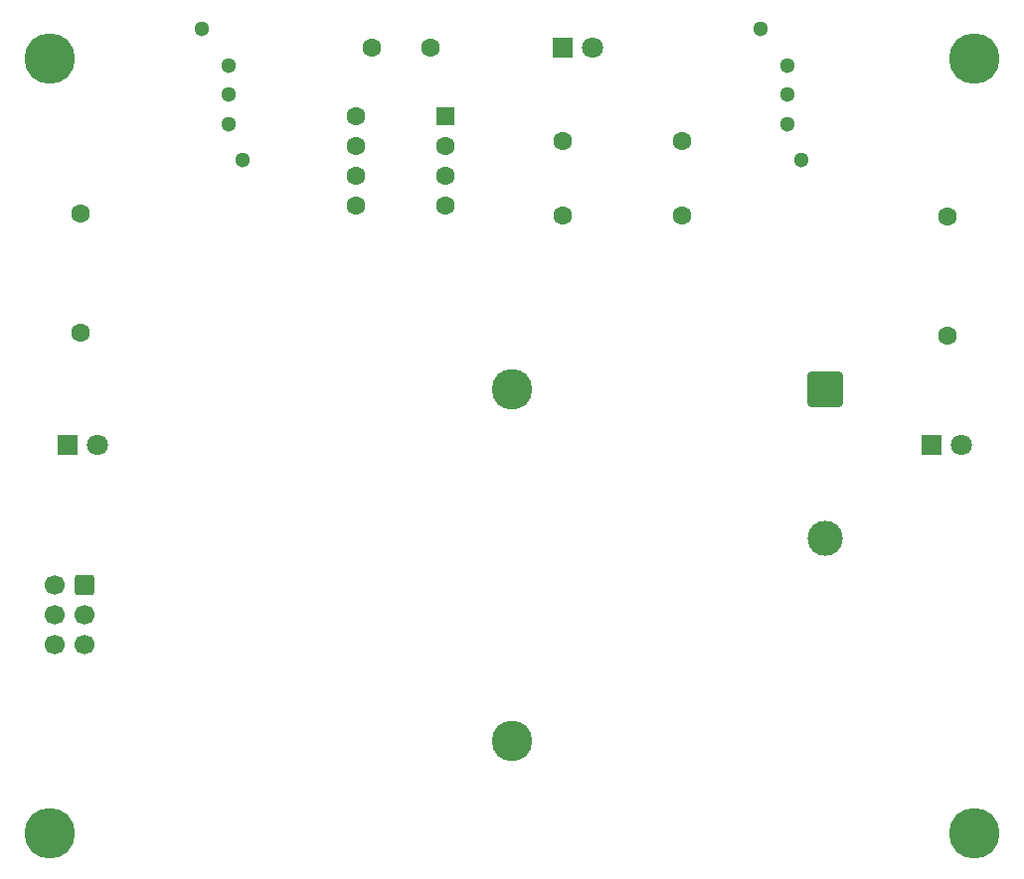
<source format=gbr>
%TF.GenerationSoftware,KiCad,Pcbnew,9.0.7-9.0.7~ubuntu24.04.1*%
%TF.CreationDate,2026-01-20T11:30:11-05:00*%
%TF.ProjectId,GS_Circuit,47535f43-6972-4637-9569-742e6b696361,rev?*%
%TF.SameCoordinates,Original*%
%TF.FileFunction,Soldermask,Top*%
%TF.FilePolarity,Negative*%
%FSLAX46Y46*%
G04 Gerber Fmt 4.6, Leading zero omitted, Abs format (unit mm)*
G04 Created by KiCad (PCBNEW 9.0.7-9.0.7~ubuntu24.04.1) date 2026-01-20 11:30:11*
%MOMM*%
%LPD*%
G01*
G04 APERTURE LIST*
G04 Aperture macros list*
%AMRoundRect*
0 Rectangle with rounded corners*
0 $1 Rounding radius*
0 $2 $3 $4 $5 $6 $7 $8 $9 X,Y pos of 4 corners*
0 Add a 4 corners polygon primitive as box body*
4,1,4,$2,$3,$4,$5,$6,$7,$8,$9,$2,$3,0*
0 Add four circle primitives for the rounded corners*
1,1,$1+$1,$2,$3*
1,1,$1+$1,$4,$5*
1,1,$1+$1,$6,$7*
1,1,$1+$1,$8,$9*
0 Add four rect primitives between the rounded corners*
20,1,$1+$1,$2,$3,$4,$5,0*
20,1,$1+$1,$4,$5,$6,$7,0*
20,1,$1+$1,$6,$7,$8,$9,0*
20,1,$1+$1,$8,$9,$2,$3,0*%
G04 Aperture macros list end*
%ADD10R,1.800000X1.800000*%
%ADD11C,1.800000*%
%ADD12C,4.300000*%
%ADD13C,1.300000*%
%ADD14C,3.450000*%
%ADD15RoundRect,0.249999X1.250001X1.250001X-1.250001X1.250001X-1.250001X-1.250001X1.250001X-1.250001X0*%
%ADD16C,3.000000*%
%ADD17RoundRect,0.250000X0.550000X0.550000X-0.550000X0.550000X-0.550000X-0.550000X0.550000X-0.550000X0*%
%ADD18C,1.600000*%
%ADD19RoundRect,0.250000X0.600000X0.600000X-0.600000X0.600000X-0.600000X-0.600000X0.600000X-0.600000X0*%
%ADD20C,1.700000*%
G04 APERTURE END LIST*
D10*
%TO.C,D1*%
X22150000Y-59960000D03*
D11*
X24690000Y-59960000D03*
%TD*%
D12*
%TO.C,H2*%
X20630000Y-26980000D03*
%TD*%
D10*
%TO.C,S1*%
X64300000Y-26080000D03*
D11*
X66840000Y-26080000D03*
%TD*%
D13*
%TO.C,SW2*%
X84660000Y-35680000D03*
X81160000Y-24480000D03*
X83460000Y-30080000D03*
X83460000Y-27580000D03*
X83460000Y-32580000D03*
%TD*%
D12*
%TO.C,H4*%
X99370000Y-93020000D03*
%TD*%
%TO.C,H3*%
X99370000Y-26980000D03*
%TD*%
D10*
%TO.C,D2*%
X95725000Y-59960000D03*
D11*
X98265000Y-59960000D03*
%TD*%
D13*
%TO.C,SW1*%
X37060000Y-35690000D03*
X33560000Y-24490000D03*
X35860000Y-30090000D03*
X35860000Y-27590000D03*
X35860000Y-32590000D03*
%TD*%
D12*
%TO.C,H1*%
X20630000Y-93020000D03*
%TD*%
D14*
%TO.C,BT1*%
X60010000Y-85180000D03*
X60010000Y-55180000D03*
D15*
X86710000Y-55180000D03*
D16*
X86710000Y-67880000D03*
%TD*%
D17*
%TO.C,U2*%
X54325000Y-31890000D03*
D18*
X54325000Y-34430000D03*
X54325000Y-36970000D03*
X54325000Y-39510000D03*
X46705000Y-39510000D03*
X46705000Y-36970000D03*
X46705000Y-34430000D03*
X46705000Y-31890000D03*
%TD*%
%TO.C,R4*%
X64350000Y-34060000D03*
X74510000Y-34060000D03*
%TD*%
%TO.C,C1*%
X48090000Y-26050000D03*
X53090000Y-26050000D03*
%TD*%
%TO.C,R2*%
X97130000Y-50680000D03*
X97130000Y-40520000D03*
%TD*%
%TO.C,R3*%
X74510000Y-40360000D03*
X64350000Y-40360000D03*
%TD*%
%TO.C,R1*%
X23260000Y-50400000D03*
X23260000Y-40240000D03*
%TD*%
D19*
%TO.C,J1*%
X23630000Y-71930000D03*
D20*
X21090000Y-71930000D03*
X23630000Y-74470000D03*
X21090000Y-74470000D03*
X23630000Y-77010000D03*
X21090000Y-77010000D03*
%TD*%
M02*

</source>
